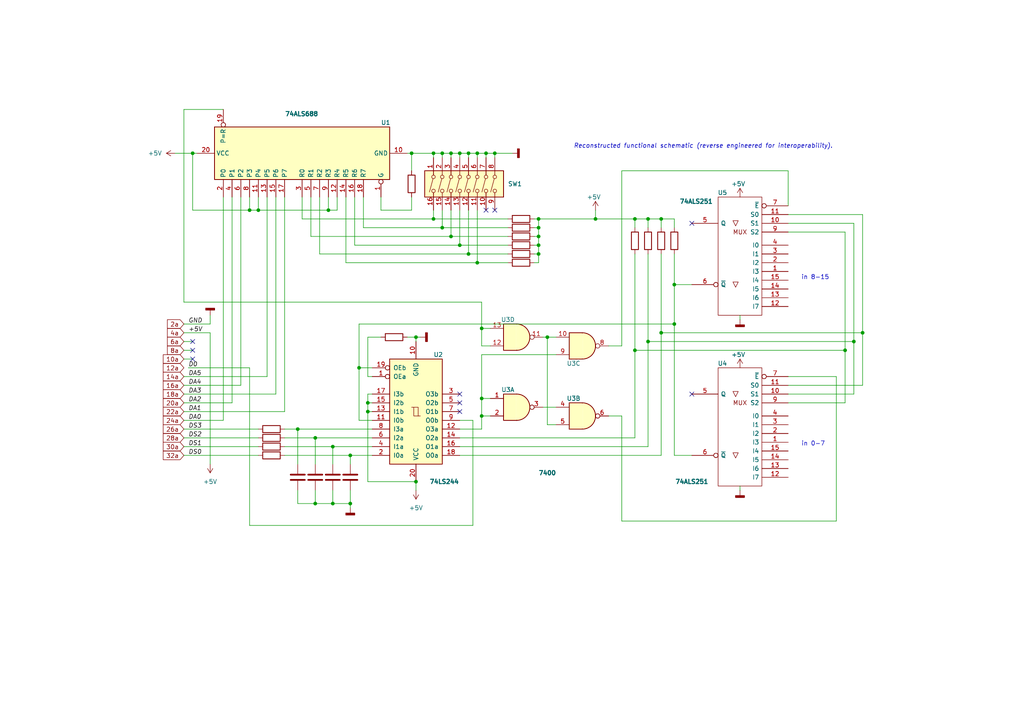
<source format=kicad_sch>
(kicad_sch (version 20211123) (generator eeschema)
  (paper "A4")
  (title_block (title "Integrated circuits important for control") (date "2026-01-19") (rev "1.0") (company "Pozsar Zsolt") (comment 1 "EBE-206.1 digital input module"))
  (lib_symbols
    (symbol "74xx:7400" (pin_names (offset 1.016))
      (property "Reference" "U" (at 0 1.27 0))
      (property "Value" "7400" (at 0 -1.27 0))
      (symbol "7400_1_1"
        (arc (start 0 -3.81) (mid 3.81 0) (end 0 3.81) (stroke (width 0.254)) (fill (type background)))
        (polyline (pts (xy 0 3.81) (xy -3.81 3.81) (xy -3.81 -3.81) (xy 0 -3.81)) (stroke (width 0.254)) (fill (type background)))
        (pin input line (at -7.62 2.54 0) (length 3.81) (name "~") (number "1"))
        (pin input line (at -7.62 -2.54 0) (length 3.81) (name "~") (number "2"))
        (pin output inverted (at 7.62 0 180) (length 3.81) (name "~") (number "3"))
      )
      (symbol "7400_1_2"
        (arc (start -3.81 -3.81) (mid -2.589 0) (end -3.81 3.81) (stroke (width 0.254)))
        (arc (start -0.6096 -3.81) (mid 2.1842 -2.5851) (end 3.81 0) (stroke (width 0.254)) (fill (type background)))
        (polyline (pts (xy -3.81 -3.81) (xy -0.635 -3.81)) (stroke (width 0.254)) (fill (type background)))
        (polyline (pts (xy -3.81 3.81) (xy -0.635 3.81)) (stroke (width 0.254)) (fill (type background)))
        (polyline (pts (xy -0.635 3.81) (xy -3.81 3.81) (xy -3.81 3.81) (xy -3.556 3.4036) (xy -3.0226 2.2606) (xy -2.6924 1.0414) (xy -2.6162 -0.254) (xy -2.7686 -1.4986) (xy -3.175 -2.7178) (xy -3.81 -3.81) (xy -3.81 -3.81) (xy -0.635 -3.81)) (stroke (width -25.4)) (fill (type background)))
        (arc (start 3.81 0) (mid 2.1915 2.5936) (end -0.6096 3.81) (stroke (width 0.254)) (fill (type background)))
        (pin input inverted (at -7.62 2.54 0) (length 4.318) (name "~") (number "1"))
        (pin input inverted (at -7.62 -2.54 0) (length 4.318) (name "~") (number "2"))
        (pin output line (at 7.62 0 180) (length 3.81) (name "~") (number "3"))
      )
      (symbol "7400_2_1"
        (arc (start 0 -3.81) (mid 3.81 0) (end 0 3.81) (stroke (width 0.254)) (fill (type background)))
        (polyline (pts (xy 0 3.81) (xy -3.81 3.81) (xy -3.81 -3.81) (xy 0 -3.81)) (stroke (width 0.254)) (fill (type background)))
        (pin input line (at -7.62 2.54 0) (length 3.81) (name "~") (number "4"))
        (pin input line (at -7.62 -2.54 0) (length 3.81) (name "~") (number "5"))
        (pin output inverted (at 7.62 0 180) (length 3.81) (name "~") (number "6"))
      )
      (symbol "7400_2_2"
        (arc (start -3.81 -3.81) (mid -2.589 0) (end -3.81 3.81) (stroke (width 0.254)))
        (arc (start -0.6096 -3.81) (mid 2.1842 -2.5851) (end 3.81 0) (stroke (width 0.254)) (fill (type background)))
        (polyline (pts (xy -3.81 -3.81) (xy -0.635 -3.81)) (stroke (width 0.254)) (fill (type background)))
        (polyline (pts (xy -3.81 3.81) (xy -0.635 3.81)) (stroke (width 0.254)) (fill (type background)))
        (polyline (pts (xy -0.635 3.81) (xy -3.81 3.81) (xy -3.81 3.81) (xy -3.556 3.4036) (xy -3.0226 2.2606) (xy -2.6924 1.0414) (xy -2.6162 -0.254) (xy -2.7686 -1.4986) (xy -3.175 -2.7178) (xy -3.81 -3.81) (xy -3.81 -3.81) (xy -0.635 -3.81)) (stroke (width -25.4)) (fill (type background)))
        (arc (start 3.81 0) (mid 2.1915 2.5936) (end -0.6096 3.81) (stroke (width 0.254)) (fill (type background)))
        (pin input inverted (at -7.62 2.54 0) (length 4.318) (name "~") (number "4"))
        (pin input inverted (at -7.62 -2.54 0) (length 4.318) (name "~") (number "5"))
        (pin output line (at 7.62 0 180) (length 3.81) (name "~") (number "6"))
      )
      (symbol "7400_3_1"
        (arc (start 0 -3.81) (mid 3.81 0) (end 0 3.81) (stroke (width 0.254)) (fill (type background)))
        (polyline (pts (xy 0 3.81) (xy -3.81 3.81) (xy -3.81 -3.81) (xy 0 -3.81)) (stroke (width 0.254)) (fill (type background)))
        (pin input line (at -7.62 -2.54 0) (length 3.81) (name "~") (number "10"))
        (pin output inverted (at 7.62 0 180) (length 3.81) (name "~") (number "8"))
        (pin input line (at -7.62 2.54 0) (length 3.81) (name "~") (number "9"))
      )
      (symbol "7400_3_2"
        (arc (start -3.81 -3.81) (mid -2.589 0) (end -3.81 3.81) (stroke (width 0.254)))
        (arc (start -0.6096 -3.81) (mid 2.1842 -2.5851) (end 3.81 0) (stroke (width 0.254)) (fill (type background)))
        (polyline (pts (xy -3.81 -3.81) (xy -0.635 -3.81)) (stroke (width 0.254)) (fill (type background)))
        (polyline (pts (xy -3.81 3.81) (xy -0.635 3.81)) (stroke (width 0.254)) (fill (type background)))
        (polyline (pts (xy -0.635 3.81) (xy -3.81 3.81) (xy -3.81 3.81) (xy -3.556 3.4036) (xy -3.0226 2.2606) (xy -2.6924 1.0414) (xy -2.6162 -0.254) (xy -2.7686 -1.4986) (xy -3.175 -2.7178) (xy -3.81 -3.81) (xy -3.81 -3.81) (xy -0.635 -3.81)) (stroke (width -25.4)) (fill (type background)))
        (arc (start 3.81 0) (mid 2.1915 2.5936) (end -0.6096 3.81) (stroke (width 0.254)) (fill (type background)))
        (pin input inverted (at -7.62 -2.54 0) (length 4.318) (name "~") (number "10"))
        (pin output line (at 7.62 0 180) (length 3.81) (name "~") (number "8"))
        (pin input inverted (at -7.62 2.54 0) (length 4.318) (name "~") (number "9"))
      )
      (symbol "7400_4_1"
        (arc (start 0 -3.81) (mid 3.81 0) (end 0 3.81) (stroke (width 0.254)) (fill (type background)))
        (polyline (pts (xy 0 3.81) (xy -3.81 3.81) (xy -3.81 -3.81) (xy 0 -3.81)) (stroke (width 0.254)) (fill (type background)))
        (pin output inverted (at 7.62 0 180) (length 3.81) (name "~") (number "11"))
        (pin input line (at -7.62 2.54 0) (length 3.81) (name "~") (number "12"))
        (pin input line (at -7.62 -2.54 0) (length 3.81) (name "~") (number "13"))
      )
      (symbol "7400_4_2"
        (arc (start -3.81 -3.81) (mid -2.589 0) (end -3.81 3.81) (stroke (width 0.254)))
        (arc (start -0.6096 -3.81) (mid 2.1842 -2.5851) (end 3.81 0) (stroke (width 0.254)) (fill (type background)))
        (polyline (pts (xy -3.81 -3.81) (xy -0.635 -3.81)) (stroke (width 0.254)) (fill (type background)))
        (polyline (pts (xy -3.81 3.81) (xy -0.635 3.81)) (stroke (width 0.254)) (fill (type background)))
        (polyline (pts (xy -0.635 3.81) (xy -3.81 3.81) (xy -3.81 3.81) (xy -3.556 3.4036) (xy -3.0226 2.2606) (xy -2.6924 1.0414) (xy -2.6162 -0.254) (xy -2.7686 -1.4986) (xy -3.175 -2.7178) (xy -3.81 -3.81) (xy -3.81 -3.81) (xy -0.635 -3.81)) (stroke (width -25.4)) (fill (type background)))
        (arc (start 3.81 0) (mid 2.1915 2.5936) (end -0.6096 3.81) (stroke (width 0.254)) (fill (type background)))
        (pin output line (at 7.62 0 180) (length 3.81) (name "~") (number "11"))
        (pin input inverted (at -7.62 2.54 0) (length 4.318) (name "~") (number "12"))
        (pin input inverted (at -7.62 -2.54 0) (length 4.318) (name "~") (number "13"))
      )
      (symbol "7400_5_0"
        (pin power_in line (at 0 12.7 270) (length 5.08) (name "VCC") (number "14"))
        (pin power_in line (at 0 -12.7 90) (length 5.08) (name "GND") (number "7"))
      )
      (symbol "7400_5_1"
        (rectangle (start -5.08 7.62) (end 5.08 -7.62) (stroke (width 0.254)) (fill (type background)))
      )
    )
    (symbol "74xx:74LS244" (pin_names (offset 1.016))
      (property "Reference" "U" (at -7.62 16.51 0))
      (property "Value" "74LS244" (at -7.62 -16.51 0))
      (symbol "74LS244_1_0"
        (polyline (pts (xy -0.635 -1.27) (xy -0.635 1.27) (xy 0.635 1.27)))
        (polyline (pts (xy -1.27 -1.27) (xy 0.635 -1.27) (xy 0.635 1.27) (xy 1.27 1.27)))
        (pin input inverted (at -12.7 -10.16 0) (length 5.08) (name "OEa") (number "1"))
        (pin power_in line (at 0 -20.32 90) (length 5.08) (name "GND") (number "10"))
        (pin input line (at -12.7 2.54 0) (length 5.08) (name "I0b") (number "11"))
        (pin tri_state line (at 12.7 5.08 180) (length 5.08) (name "O3a") (number "12"))
        (pin input line (at -12.7 0 0) (length 5.08) (name "I1b") (number "13"))
        (pin tri_state line (at 12.7 7.62 180) (length 5.08) (name "O2a") (number "14"))
        (pin input line (at -12.7 -2.54 0) (length 5.08) (name "I2b") (number "15"))
        (pin tri_state line (at 12.7 10.16 180) (length 5.08) (name "O1a") (number "16"))
        (pin input line (at -12.7 -5.08 0) (length 5.08) (name "I3b") (number "17"))
        (pin tri_state line (at 12.7 12.7 180) (length 5.08) (name "O0a") (number "18"))
        (pin input inverted (at -12.7 -12.7 0) (length 5.08) (name "OEb") (number "19"))
        (pin input line (at -12.7 12.7 0) (length 5.08) (name "I0a") (number "2"))
        (pin power_in line (at 0 20.32 270) (length 5.08) (name "VCC") (number "20"))
        (pin tri_state line (at 12.7 -5.08 180) (length 5.08) (name "O3b") (number "3"))
        (pin input line (at -12.7 10.16 0) (length 5.08) (name "I1a") (number "4"))
        (pin tri_state line (at 12.7 -2.54 180) (length 5.08) (name "O2b") (number "5"))
        (pin input line (at -12.7 7.62 0) (length 5.08) (name "I2a") (number "6"))
        (pin tri_state line (at 12.7 0 180) (length 5.08) (name "O1b") (number "7"))
        (pin input line (at -12.7 5.08 0) (length 5.08) (name "I3a") (number "8"))
        (pin tri_state line (at 12.7 2.54 180) (length 5.08) (name "O0b") (number "9"))
      )
      (symbol "74LS244_1_1"
        (rectangle (start -7.62 15.24) (end 7.62 -15.24) (stroke (width 0.254)) (fill (type background)))
      )
    )
    (symbol "74xx:74LS688"
      (property "Reference" "U" (at -7.62 26.67 0))
      (property "Value" "74LS688" (at -7.62 -26.67 0))
      (symbol "74LS688_1_0"
        (pin input inverted (at -12.7 -22.86 0) (length 5.08) (name "G") (number "1"))
        (pin power_in line (at 0 -30.48 90) (length 5.08) (name "GND") (number "10"))
        (pin input line (at -12.7 12.7 0) (length 5.08) (name "P4") (number "11"))
        (pin input line (at -12.7 -10.16 0) (length 5.08) (name "R4") (number "12"))
        (pin input line (at -12.7 10.16 0) (length 5.08) (name "P5") (number "13"))
        (pin input line (at -12.7 -12.7 0) (length 5.08) (name "R5") (number "14"))
        (pin input line (at -12.7 7.62 0) (length 5.08) (name "P6") (number "15"))
        (pin input line (at -12.7 -15.24 0) (length 5.08) (name "R6") (number "16"))
        (pin input line (at -12.7 5.08 0) (length 5.08) (name "P7") (number "17"))
        (pin input line (at -12.7 -17.78 0) (length 5.08) (name "R7") (number "18"))
        (pin output inverted (at 12.7 22.86 180) (length 5.08) (name "P=R") (number "19"))
        (pin input line (at -12.7 22.86 0) (length 5.08) (name "P0") (number "2"))
        (pin power_in line (at 0 30.48 270) (length 5.08) (name "VCC") (number "20"))
        (pin input line (at -12.7 0 0) (length 5.08) (name "R0") (number "3"))
        (pin input line (at -12.7 20.32 0) (length 5.08) (name "P1") (number "4"))
        (pin input line (at -12.7 -2.54 0) (length 5.08) (name "R1") (number "5"))
        (pin input line (at -12.7 17.78 0) (length 5.08) (name "P2") (number "6"))
        (pin input line (at -12.7 -5.08 0) (length 5.08) (name "R2") (number "7"))
        (pin input line (at -12.7 15.24 0) (length 5.08) (name "P3") (number "8"))
        (pin input line (at -12.7 -7.62 0) (length 5.08) (name "R3") (number "9"))
      )
      (symbol "74LS688_1_1"
        (rectangle (start -7.62 25.4) (end 7.62 -25.4) (stroke (width 0.254)) (fill (type background)))
      )
    )
    (symbol "74xx_IEEE:74251" (pin_names (offset 0.762))
      (property "Reference" "U" (at 7.62 15.24 0))
      (property "Value" "74251" (at 8.89 -20.32 0))
      (symbol "74251_0_0"
        (rectangle (start -6.35 16.51) (end 6.35 -17.78))
        (polyline (pts (xy 2.032 -8.128) (xy 0.508 -8.128) (xy 1.27 -9.652) (xy 2.032 -8.128) (xy 2.032 -8.128)))
        (polyline (pts (xy 2.032 9.652) (xy 0.508 9.652) (xy 1.27 8.128) (xy 2.032 9.652) (xy 2.032 9.652)))
        (text "MUX" (at 0 6.35 0) (effects (font (size 1.27 1.27))))
        (pin power_in line (at 0 16.51 270) (length 0) hide (name "VCC") (number "16"))
        (pin power_in line (at 0 -17.78 90) (length 0) hide (name "GND") (number "8"))
      )
      (symbol "74251_1_1"
        (pin input line (at -13.97 -5.08 0) (length 7.62) (name "I3") (number "1"))
        (pin input line (at -13.97 8.89 0) (length 7.62) (name "S1") (number "10"))
        (pin input line (at -13.97 11.43 0) (length 7.62) (name "S0") (number "11"))
        (pin input line (at -13.97 -15.24 0) (length 7.62) (name "I7") (number "12"))
        (pin input line (at -13.97 -12.7 0) (length 7.62) (name "I6") (number "13"))
        (pin input line (at -13.97 -10.16 0) (length 7.62) (name "I5") (number "14"))
        (pin input line (at -13.97 -7.62 0) (length 7.62) (name "I4") (number "15"))
        (pin input line (at -13.97 -2.54 0) (length 7.62) (name "I2") (number "2"))
        (pin input line (at -13.97 0 0) (length 7.62) (name "I1") (number "3"))
        (pin input line (at -13.97 2.54 0) (length 7.62) (name "I0") (number "4"))
        (pin tri_state line (at 13.97 8.89 180) (length 7.62) (name "Q") (number "5"))
        (pin tri_state inverted (at 13.97 -8.89 180) (length 7.62) (name "~{Q}") (number "6"))
        (pin input inverted (at -13.97 13.97 0) (length 7.62) (name "~{E}") (number "7"))
        (pin input line (at -13.97 6.35 0) (length 7.62) (name "S2") (number "9"))
      )
    )
    (symbol "Device:C" (pin_numbers hide) (pin_names (offset 0.254))
      (property "Reference" "C" (at 0.635 2.54 0))
      (property "Value" "C" (at 0.635 -2.54 0))
      (symbol "C_0_1"
        (polyline (pts (xy -2.032 -0.762) (xy 2.032 -0.762)) (stroke (width 0.508)))
        (polyline (pts (xy -2.032 0.762) (xy 2.032 0.762)) (stroke (width 0.508)))
      )
      (symbol "C_1_1"
        (pin passive line (at 0 3.81 270) (length 2.794) (name "~") (number "1"))
        (pin passive line (at 0 -3.81 90) (length 2.794) (name "~") (number "2"))
      )
    )
    (symbol "Device:R" (pin_numbers hide) (pin_names (offset 0))
      (property "Reference" "R" (at 2.032 0 90))
      (property "Value" "R" (at 0 0 90))
      (symbol "R_0_1"
        (rectangle (start -1.016 -2.54) (end 1.016 2.54) (stroke (width 0.254)))
      )
      (symbol "R_1_1"
        (pin passive line (at 0 3.81 270) (length 1.27) (name "~") (number "1"))
        (pin passive line (at 0 -3.81 90) (length 1.27) (name "~") (number "2"))
      )
    )
    (symbol "Switch:SW_DIP_x08" (pin_names (offset 0) hide)
      (property "Reference" "SW" (at 0 13.97 0))
      (property "Value" "SW_DIP_x08" (at 0 -11.43 0))
      (symbol "SW_DIP_x08_0_0"
        (circle (center -2.032 -7.62) (radius 0.508))
        (circle (center -2.032 -5.08) (radius 0.508))
        (circle (center -2.032 -2.54) (radius 0.508))
        (circle (center -2.032 0) (radius 0.508))
        (circle (center -2.032 2.54) (radius 0.508))
        (circle (center -2.032 5.08) (radius 0.508))
        (circle (center -2.032 7.62) (radius 0.508))
        (circle (center -2.032 10.16) (radius 0.508))
        (polyline (pts (xy -1.524 -7.4676) (xy 2.3622 -6.4262)))
        (polyline (pts (xy -1.524 -4.9276) (xy 2.3622 -3.8862)))
        (polyline (pts (xy -1.524 -2.3876) (xy 2.3622 -1.3462)))
        (polyline (pts (xy -1.524 0.127) (xy 2.3622 1.1684)))
        (polyline (pts (xy -1.524 2.667) (xy 2.3622 3.7084)))
        (polyline (pts (xy -1.524 5.207) (xy 2.3622 6.2484)))
        (polyline (pts (xy -1.524 7.747) (xy 2.3622 8.7884)))
        (polyline (pts (xy -1.524 10.287) (xy 2.3622 11.3284)))
        (circle (center 2.032 -7.62) (radius 0.508))
        (circle (center 2.032 -5.08) (radius 0.508))
        (circle (center 2.032 -2.54) (radius 0.508))
        (circle (center 2.032 0) (radius 0.508))
        (circle (center 2.032 2.54) (radius 0.508))
        (circle (center 2.032 5.08) (radius 0.508))
        (circle (center 2.032 7.62) (radius 0.508))
        (circle (center 2.032 10.16) (radius 0.508))
      )
      (symbol "SW_DIP_x08_0_1"
        (rectangle (start -3.81 12.7) (end 3.81 -10.16) (stroke (width 0.254)) (fill (type background)))
      )
      (symbol "SW_DIP_x08_1_1"
        (pin passive line (at -7.62 10.16 0) (length 5.08) (name "~") (number "1"))
        (pin passive line (at 7.62 -5.08 180) (length 5.08) (name "~") (number "10"))
        (pin passive line (at 7.62 -2.54 180) (length 5.08) (name "~") (number "11"))
        (pin passive line (at 7.62 0 180) (length 5.08) (name "~") (number "12"))
        (pin passive line (at 7.62 2.54 180) (length 5.08) (name "~") (number "13"))
        (pin passive line (at 7.62 5.08 180) (length 5.08) (name "~") (number "14"))
        (pin passive line (at 7.62 7.62 180) (length 5.08) (name "~") (number "15"))
        (pin passive line (at 7.62 10.16 180) (length 5.08) (name "~") (number "16"))
        (pin passive line (at -7.62 7.62 0) (length 5.08) (name "~") (number "2"))
        (pin passive line (at -7.62 5.08 0) (length 5.08) (name "~") (number "3"))
        (pin passive line (at -7.62 2.54 0) (length 5.08) (name "~") (number "4"))
        (pin passive line (at -7.62 0 0) (length 5.08) (name "~") (number "5"))
        (pin passive line (at -7.62 -2.54 0) (length 5.08) (name "~") (number "6"))
        (pin passive line (at -7.62 -5.08 0) (length 5.08) (name "~") (number "7"))
        (pin passive line (at -7.62 -7.62 0) (length 5.08) (name "~") (number "8"))
        (pin passive line (at 7.62 -7.62 180) (length 5.08) (name "~") (number "9"))
      )
    )
    (symbol "power:+5V" (power) (pin_names (offset 0))
      (property "Value" "+5V" (at 0 3.556 0))
      (symbol "+5V_0_1"
        (polyline (pts (xy -0.762 1.27) (xy 0 2.54)))
        (polyline (pts (xy 0 0) (xy 0 2.54)))
        (polyline (pts (xy 0 2.54) (xy 0.762 1.27)))
      )
      (symbol "+5V_1_1"
        (pin power_in line (at 0 0 90) (length 0) hide (name "+5V") (number "1"))
      )
    )
    (symbol "power:GNDD" (power) (pin_names (offset 0))
      (property "Value" "GNDD" (at 0 -3.175 0))
      (symbol "GNDD_0_1"
        (rectangle (start -1.27 -1.524) (end 1.27 -2.032) (stroke (width 0.254)) (fill (type outline)))
        (polyline (pts (xy 0 0) (xy 0 -1.524)))
      )
      (symbol "GNDD_1_1"
        (pin power_in line (at 0 0 270) (length 0) hide (name "GNDD") (number "1"))
      )
    )
  )
  (junction (at 245.11 101.6))
  (junction (at 119.38 44.45))
  (junction (at 184.15 101.6))
  (junction (at 96.52 129.54))
  (junction (at 191.77 63.5))
  (junction (at 125.73 63.5))
  (junction (at 138.43 76.2))
  (junction (at 133.35 44.45))
  (junction (at 156.21 68.58))
  (junction (at 95.25 60.96))
  (junction (at 158.75 97.79))
  (junction (at 187.96 99.06))
  (junction (at 140.97 44.45))
  (junction (at 143.51 44.45))
  (junction (at 106.68 116.84))
  (junction (at 191.77 96.52))
  (junction (at 139.7 95.25))
  (junction (at 101.6 132.08))
  (junction (at 156.21 66.04))
  (junction (at 130.81 68.58))
  (junction (at 138.43 44.45))
  (junction (at 91.44 146.05))
  (junction (at 74.93 60.96))
  (junction (at 101.6 146.05))
  (junction (at 72.39 60.96))
  (junction (at 135.89 44.45))
  (junction (at 184.15 63.5))
  (junction (at 55.88 44.45))
  (junction (at 128.27 44.45))
  (junction (at 156.21 73.66))
  (junction (at 120.65 97.79))
  (junction (at 156.21 63.5))
  (junction (at 133.35 71.12))
  (junction (at 195.58 82.55))
  (junction (at 125.73 44.45))
  (junction (at 139.7 115.57))
  (junction (at 91.44 127))
  (junction (at 130.81 44.45))
  (junction (at 104.14 106.68))
  (junction (at 172.72 63.5))
  (junction (at 135.89 73.66))
  (junction (at 106.68 119.38))
  (junction (at 247.65 99.06))
  (junction (at 187.96 63.5))
  (junction (at 128.27 66.04))
  (junction (at 86.36 124.46))
  (junction (at 139.7 120.65))
  (junction (at 96.52 146.05))
  (junction (at 250.19 96.52))
  (junction (at 120.65 139.7))
  (junction (at 156.21 71.12))
  (junction (at 195.58 93.98))
  (no_connect (at 55.88 101.6))
  (no_connect (at 140.97 60.96))
  (no_connect (at 133.35 116.84))
  (no_connect (at 200.66 114.3))
  (no_connect (at 143.51 60.96))
  (no_connect (at 133.35 114.3))
  (no_connect (at 55.88 99.06))
  (no_connect (at 200.66 64.77))
  (no_connect (at 133.35 119.38))
  (no_connect (at 55.88 104.14))
  (wire (pts (xy 191.77 63.5) (xy 191.77 66.04)))
  (wire (pts (xy 139.7 120.65) (xy 139.7 124.46)))
  (wire (pts (xy 228.6 49.53) (xy 228.6 59.69)))
  (wire (pts (xy 91.44 127) (xy 107.95 127)))
  (wire (pts (xy 228.6 62.23) (xy 250.19 62.23)))
  (wire (pts (xy 250.19 62.23) (xy 250.19 96.52)))
  (wire (pts (xy 53.34 87.63) (xy 139.7 87.63)))
  (wire (pts (xy 228.6 67.31) (xy 245.11 67.31)))
  (wire (pts (xy 158.75 123.19) (xy 161.29 123.19)))
  (wire (pts (xy 247.65 99.06) (xy 247.65 64.77)))
  (wire (pts (xy 106.68 116.84) (xy 106.68 114.3)))
  (wire (pts (xy 139.7 115.57) (xy 139.7 120.65)))
  (wire (pts (xy 53.34 132.08) (xy 74.93 132.08)))
  (wire (pts (xy 110.49 57.15) (xy 110.49 60.96)))
  (wire (pts (xy 119.38 44.45) (xy 119.38 49.53)))
  (wire (pts (xy 96.52 129.54) (xy 107.95 129.54)))
  (wire (pts (xy 97.79 60.96) (xy 95.25 60.96)))
  (wire (pts (xy 64.77 121.92) (xy 64.77 57.15)))
  (wire (pts (xy 242.57 151.13) (xy 242.57 109.22)))
  (wire (pts (xy 176.53 100.33) (xy 180.34 100.33)))
  (wire (pts (xy 139.7 124.46) (xy 133.35 124.46)))
  (wire (pts (xy 53.34 127) (xy 74.93 127)))
  (wire (pts (xy 156.21 68.58) (xy 156.21 66.04)))
  (wire (pts (xy 106.68 114.3) (xy 107.95 114.3)))
  (wire (pts (xy 245.11 67.31) (xy 245.11 101.6)))
  (wire (pts (xy 53.34 104.14) (xy 55.88 104.14)))
  (wire (pts (xy 247.65 114.3) (xy 247.65 99.06)))
  (wire (pts (xy 228.6 114.3) (xy 247.65 114.3)))
  (wire (pts (xy 105.41 57.15) (xy 105.41 66.04)))
  (wire (pts (xy 195.58 132.08) (xy 200.66 132.08)))
  (wire (pts (xy 130.81 44.45) (xy 130.81 45.72)))
  (wire (pts (xy 137.16 152.4) (xy 137.16 121.92)))
  (wire (pts (xy 133.35 132.08) (xy 191.77 132.08)))
  (wire (pts (xy 97.79 57.15) (xy 97.79 60.96)))
  (wire (pts (xy 80.01 114.3) (xy 80.01 57.15)))
  (wire (pts (xy 242.57 109.22) (xy 228.6 109.22)))
  (wire (pts (xy 92.71 57.15) (xy 92.71 73.66)))
  (wire (pts (xy 53.34 129.54) (xy 74.93 129.54)))
  (wire (pts (xy 69.85 57.15) (xy 69.85 111.76)))
  (wire (pts (xy 120.65 97.79) (xy 120.65 99.06)))
  (wire (pts (xy 154.94 76.2) (xy 156.21 76.2)))
  (wire (pts (xy 125.73 63.5) (xy 147.32 63.5)))
  (wire (pts (xy 191.77 132.08) (xy 191.77 96.52)))
  (wire (pts (xy 187.96 63.5) (xy 187.96 66.04)))
  (wire (pts (xy 184.15 63.5) (xy 184.15 66.04)))
  (wire (pts (xy 82.55 132.08) (xy 101.6 132.08)))
  (wire (pts (xy 214.63 91.44) (xy 214.63 92.71)))
  (wire (pts (xy 156.21 71.12) (xy 156.21 68.58)))
  (wire (pts (xy 137.16 121.92) (xy 133.35 121.92)))
  (wire (pts (xy 82.55 119.38) (xy 82.55 57.15)))
  (wire (pts (xy 86.36 142.24) (xy 86.36 146.05)))
  (wire (pts (xy 158.75 97.79) (xy 158.75 123.19)))
  (wire (pts (xy 138.43 76.2) (xy 147.32 76.2)))
  (wire (pts (xy 180.34 100.33) (xy 180.34 49.53)))
  (wire (pts (xy 96.52 129.54) (xy 96.52 134.62)))
  (wire (pts (xy 130.81 68.58) (xy 90.17 68.58)))
  (wire (pts (xy 250.19 111.76) (xy 228.6 111.76)))
  (wire (pts (xy 91.44 142.24) (xy 91.44 146.05)))
  (wire (pts (xy 195.58 93.98) (xy 195.58 132.08)))
  (wire (pts (xy 184.15 63.5) (xy 187.96 63.5)))
  (wire (pts (xy 106.68 97.79) (xy 110.49 97.79)))
  (wire (pts (xy 184.15 127) (xy 184.15 101.6)))
  (wire (pts (xy 139.7 87.63) (xy 139.7 95.25)))
  (wire (pts (xy 130.81 68.58) (xy 130.81 60.96)))
  (wire (pts (xy 128.27 44.45) (xy 125.73 44.45)))
  (wire (pts (xy 245.11 101.6) (xy 245.11 116.84)))
  (wire (pts (xy 139.7 95.25) (xy 139.7 100.33)))
  (wire (pts (xy 128.27 66.04) (xy 128.27 60.96)))
  (wire (pts (xy 140.97 44.45) (xy 138.43 44.45)))
  (wire (pts (xy 90.17 68.58) (xy 90.17 57.15)))
  (wire (pts (xy 138.43 76.2) (xy 100.33 76.2)))
  (wire (pts (xy 184.15 101.6) (xy 245.11 101.6)))
  (wire (pts (xy 74.93 57.15) (xy 74.93 60.96)))
  (wire (pts (xy 100.33 76.2) (xy 100.33 57.15)))
  (wire (pts (xy 91.44 146.05) (xy 96.52 146.05)))
  (wire (pts (xy 214.63 140.97) (xy 214.63 142.24)))
  (wire (pts (xy 139.7 115.57) (xy 139.7 102.87)))
  (wire (pts (xy 156.21 66.04) (xy 156.21 63.5)))
  (wire (pts (xy 106.68 109.22) (xy 106.68 97.79)))
  (wire (pts (xy 157.48 118.11) (xy 161.29 118.11)))
  (wire (pts (xy 53.34 99.06) (xy 55.88 99.06)))
  (wire (pts (xy 72.39 106.68) (xy 72.39 152.4)))
  (wire (pts (xy 95.25 60.96) (xy 74.93 60.96)))
  (wire (pts (xy 91.44 127) (xy 91.44 134.62)))
  (wire (pts (xy 125.73 44.45) (xy 125.73 45.72)))
  (wire (pts (xy 140.97 44.45) (xy 140.97 45.72)))
  (wire (pts (xy 107.95 121.92) (xy 104.14 121.92)))
  (wire (pts (xy 195.58 82.55) (xy 195.58 93.98)))
  (wire (pts (xy 195.58 73.66) (xy 195.58 82.55)))
  (wire (pts (xy 86.36 146.05) (xy 91.44 146.05)))
  (wire (pts (xy 53.34 119.38) (xy 82.55 119.38)))
  (wire (pts (xy 60.96 93.98) (xy 60.96 91.44)))
  (wire (pts (xy 195.58 82.55) (xy 200.66 82.55)))
  (wire (pts (xy 172.72 60.96) (xy 172.72 63.5)))
  (wire (pts (xy 138.43 76.2) (xy 138.43 60.96)))
  (wire (pts (xy 53.34 109.22) (xy 77.47 109.22)))
  (wire (pts (xy 53.34 116.84) (xy 67.31 116.84)))
  (wire (pts (xy 50.8 44.45) (xy 55.88 44.45)))
  (wire (pts (xy 191.77 96.52) (xy 250.19 96.52)))
  (wire (pts (xy 184.15 101.6) (xy 184.15 73.66)))
  (wire (pts (xy 106.68 139.7) (xy 120.65 139.7)))
  (wire (pts (xy 102.87 71.12) (xy 102.87 57.15)))
  (wire (pts (xy 138.43 44.45) (xy 138.43 45.72)))
  (wire (pts (xy 101.6 132.08) (xy 101.6 134.62)))
  (wire (pts (xy 135.89 44.45) (xy 135.89 45.72)))
  (wire (pts (xy 247.65 64.77) (xy 228.6 64.77)))
  (wire (pts (xy 53.34 121.92) (xy 64.77 121.92)))
  (wire (pts (xy 133.35 44.45) (xy 133.35 45.72)))
  (wire (pts (xy 139.7 100.33) (xy 142.24 100.33)))
  (wire (pts (xy 53.34 124.46) (xy 74.93 124.46)))
  (wire (pts (xy 119.38 60.96) (xy 119.38 57.15)))
  (wire (pts (xy 195.58 66.04) (xy 195.58 63.5)))
  (wire (pts (xy 101.6 142.24) (xy 101.6 146.05)))
  (wire (pts (xy 187.96 99.06) (xy 187.96 73.66)))
  (wire (pts (xy 135.89 73.66) (xy 135.89 60.96)))
  (wire (pts (xy 157.48 97.79) (xy 158.75 97.79)))
  (wire (pts (xy 187.96 63.5) (xy 191.77 63.5)))
  (wire (pts (xy 104.14 93.98) (xy 104.14 106.68)))
  (wire (pts (xy 138.43 44.45) (xy 135.89 44.45)))
  (wire (pts (xy 107.95 109.22) (xy 106.68 109.22)))
  (wire (pts (xy 143.51 44.45) (xy 148.59 44.45)))
  (wire (pts (xy 156.21 73.66) (xy 156.21 71.12)))
  (wire (pts (xy 143.51 44.45) (xy 140.97 44.45)))
  (wire (pts (xy 195.58 63.5) (xy 191.77 63.5)))
  (wire (pts (xy 53.34 31.75) (xy 53.34 87.63)))
  (wire (pts (xy 86.36 124.46) (xy 86.36 134.62)))
  (wire (pts (xy 55.88 44.45) (xy 57.15 44.45)))
  (wire (pts (xy 104.14 93.98) (xy 195.58 93.98)))
  (wire (pts (xy 106.68 116.84) (xy 107.95 116.84)))
  (wire (pts (xy 105.41 66.04) (xy 128.27 66.04)))
  (wire (pts (xy 120.65 97.79) (xy 121.92 97.79)))
  (wire (pts (xy 245.11 116.84) (xy 228.6 116.84)))
  (wire (pts (xy 53.34 96.52) (xy 60.96 96.52)))
  (wire (pts (xy 139.7 102.87) (xy 161.29 102.87)))
  (wire (pts (xy 87.63 63.5) (xy 125.73 63.5)))
  (wire (pts (xy 95.25 57.15) (xy 95.25 60.96)))
  (wire (pts (xy 135.89 73.66) (xy 147.32 73.66)))
  (wire (pts (xy 154.94 66.04) (xy 156.21 66.04)))
  (wire (pts (xy 154.94 68.58) (xy 156.21 68.58)))
  (wire (pts (xy 54.61 106.68) (xy 72.39 106.68)))
  (wire (pts (xy 158.75 97.79) (xy 161.29 97.79)))
  (wire (pts (xy 101.6 146.05) (xy 101.6 147.32)))
  (wire (pts (xy 120.65 139.7) (xy 120.65 142.24)))
  (wire (pts (xy 106.68 119.38) (xy 106.68 116.84)))
  (wire (pts (xy 133.35 127) (xy 184.15 127)))
  (wire (pts (xy 55.88 60.96) (xy 72.39 60.96)))
  (wire (pts (xy 72.39 152.4) (xy 137.16 152.4)))
  (wire (pts (xy 77.47 109.22) (xy 77.47 57.15)))
  (wire (pts (xy 86.36 124.46) (xy 107.95 124.46)))
  (wire (pts (xy 156.21 76.2) (xy 156.21 73.66)))
  (wire (pts (xy 101.6 132.08) (xy 107.95 132.08)))
  (wire (pts (xy 128.27 44.45) (xy 128.27 45.72)))
  (wire (pts (xy 130.81 44.45) (xy 128.27 44.45)))
  (wire (pts (xy 82.55 127) (xy 91.44 127)))
  (wire (pts (xy 104.14 106.68) (xy 107.95 106.68)))
  (wire (pts (xy 128.27 66.04) (xy 147.32 66.04)))
  (wire (pts (xy 82.55 124.46) (xy 86.36 124.46)))
  (wire (pts (xy 176.53 120.65) (xy 180.34 120.65)))
  (wire (pts (xy 69.85 111.76) (xy 53.34 111.76)))
  (wire (pts (xy 125.73 63.5) (xy 125.73 60.96)))
  (wire (pts (xy 55.88 44.45) (xy 55.88 60.96)))
  (wire (pts (xy 142.24 95.25) (xy 139.7 95.25)))
  (wire (pts (xy 133.35 71.12) (xy 102.87 71.12)))
  (wire (pts (xy 187.96 129.54) (xy 187.96 99.06)))
  (wire (pts (xy 139.7 120.65) (xy 142.24 120.65)))
  (wire (pts (xy 172.72 63.5) (xy 184.15 63.5)))
  (wire (pts (xy 142.24 115.57) (xy 139.7 115.57)))
  (wire (pts (xy 187.96 99.06) (xy 247.65 99.06)))
  (wire (pts (xy 180.34 120.65) (xy 180.34 151.13)))
  (wire (pts (xy 104.14 106.68) (xy 104.14 121.92)))
  (wire (pts (xy 53.34 101.6) (xy 55.88 101.6)))
  (wire (pts (xy 72.39 60.96) (xy 72.39 57.15)))
  (wire (pts (xy 106.68 119.38) (xy 106.68 139.7)))
  (wire (pts (xy 96.52 142.24) (xy 96.52 146.05)))
  (wire (pts (xy 133.35 71.12) (xy 147.32 71.12)))
  (wire (pts (xy 110.49 60.96) (xy 119.38 60.96)))
  (wire (pts (xy 119.38 44.45) (xy 125.73 44.45)))
  (wire (pts (xy 67.31 57.15) (xy 67.31 116.84)))
  (wire (pts (xy 135.89 44.45) (xy 133.35 44.45)))
  (wire (pts (xy 133.35 129.54) (xy 187.96 129.54)))
  (wire (pts (xy 87.63 57.15) (xy 87.63 63.5)))
  (wire (pts (xy 64.77 31.75) (xy 53.34 31.75)))
  (wire (pts (xy 118.11 44.45) (xy 119.38 44.45)))
  (wire (pts (xy 92.71 73.66) (xy 135.89 73.66)))
  (wire (pts (xy 180.34 49.53) (xy 228.6 49.53)))
  (wire (pts (xy 133.35 71.12) (xy 133.35 60.96)))
  (wire (pts (xy 107.95 119.38) (xy 106.68 119.38)))
  (wire (pts (xy 180.34 151.13) (xy 242.57 151.13)))
  (wire (pts (xy 74.93 60.96) (xy 72.39 60.96)))
  (wire (pts (xy 53.34 93.98) (xy 60.96 93.98)))
  (wire (pts (xy 60.96 96.52) (xy 60.96 134.62)))
  (wire (pts (xy 133.35 44.45) (xy 130.81 44.45)))
  (wire (pts (xy 53.34 114.3) (xy 80.01 114.3)))
  (wire (pts (xy 156.21 63.5) (xy 172.72 63.5)))
  (wire (pts (xy 154.94 73.66) (xy 156.21 73.66)))
  (wire (pts (xy 130.81 68.58) (xy 147.32 68.58)))
  (wire (pts (xy 143.51 44.45) (xy 143.51 45.72)))
  (wire (pts (xy 191.77 96.52) (xy 191.77 73.66)))
  (wire (pts (xy 156.21 63.5) (xy 154.94 63.5)))
  (wire (pts (xy 154.94 71.12) (xy 156.21 71.12)))
  (wire (pts (xy 250.19 96.52) (xy 250.19 111.76)))
  (wire (pts (xy 82.55 129.54) (xy 96.52 129.54)))
  (wire (pts (xy 118.11 97.79) (xy 120.65 97.79)))
  (wire (pts (xy 96.52 146.05) (xy 101.6 146.05)))
  (text "Reconstructed functional schematic (reverse engineered for interoperability)." (at 166.37 43.18 0) (effects (font (size 1.27 1.27) italic) (justify left bottom)))
  (text "in 0-7" (at 232.41 129.54 0) (effects (font (size 1.27 1.27)) (justify left bottom)))
  (text "in 8-15" (at 232.41 81.28 0) (effects (font (size 1.27 1.27)) (justify left bottom)))
  (label "DA0" (at 54.61 121.92 0) (effects (font italic)))
  (label "DS3" (at 54.61 124.46 0) (effects (font italic)))
  (label "DS2" (at 54.61 127 0) (effects (font italic)))
  (label "D0" (at 54.61 106.68 0) (effects (font italic)))
  (label "DA3" (at 54.61 114.3 0) (effects (font italic)))
  (label "DS0" (at 54.61 132.08 0) (effects (font italic)))
  (label "GND" (at 54.61 93.98 0) (effects (font italic)))
  (label "+5V" (at 54.61 96.52 0) (effects (font italic)))
  (label "DA2" (at 54.61 116.84 0) (effects (font italic)))
  (label "DA4" (at 54.61 111.76 0) (effects (font italic)))
  (label "DS1" (at 54.61 129.54 0) (effects (font italic)))
  (label "DA1" (at 54.61 119.38 0) (effects (font italic)))
  (label "DA5" (at 54.61 109.22 0) (effects (font italic)))
  (global_label "22a" (shape input) (at 53.34 119.38 180) (property "Intersheet References" "${INTERSHEET_REFS}" (effects hide)))
  (global_label "12a" (shape input) (at 53.34 106.68 180) (property "Intersheet References" "${INTERSHEET_REFS}" (effects hide)))
  (global_label "6a" (shape input) (at 53.34 99.06 180) (property "Intersheet References" "${INTERSHEET_REFS}" (effects hide)))
  (global_label "4a" (shape input) (at 53.34 96.52 180) (property "Intersheet References" "${INTERSHEET_REFS}" (effects hide)))
  (global_label "8a" (shape input) (at 53.34 101.6 180) (property "Intersheet References" "${INTERSHEET_REFS}" (effects hide)))
  (global_label "32a" (shape input) (at 53.34 132.08 180) (property "Intersheet References" "${INTERSHEET_REFS}" (effects hide)))
  (global_label "2a" (shape input) (at 53.34 93.98 180) (property "Intersheet References" "${INTERSHEET_REFS}" (effects hide)))
  (global_label "10a" (shape input) (at 53.34 104.14 180) (property "Intersheet References" "${INTERSHEET_REFS}" (effects hide)))
  (global_label "30a" (shape input) (at 53.34 129.54 180) (property "Intersheet References" "${INTERSHEET_REFS}" (effects hide)))
  (global_label "20a" (shape input) (at 53.34 116.84 180) (property "Intersheet References" "${INTERSHEET_REFS}" (effects hide)))
  (global_label "24a" (shape input) (at 53.34 121.92 180) (property "Intersheet References" "${INTERSHEET_REFS}" (effects hide)))
  (global_label "26a" (shape input) (at 53.34 124.46 180) (property "Intersheet References" "${INTERSHEET_REFS}" (effects hide)))
  (global_label "28a" (shape input) (at 53.34 127 180) (property "Intersheet References" "${INTERSHEET_REFS}" (effects hide)))
  (global_label "18a" (shape input) (at 53.34 114.3 180) (property "Intersheet References" "${INTERSHEET_REFS}" (effects hide)))
  (global_label "14a" (shape input) (at 53.34 109.22 180) (property "Intersheet References" "${INTERSHEET_REFS}" (effects hide)))
  (global_label "16a" (shape input) (at 53.34 111.76 180) (property "Intersheet References" "${INTERSHEET_REFS}" (effects hide)))
  (symbol (lib_id "power:+5V") (at 172.72 60.96 0) (unit 1)
    (property "Reference" "#PWR?" (effects hide))
    (property "Value" "+5V" (at 170.18 57.15 0) (effects (justify left)))
  )
  (symbol (lib_id "Device:R") (at 114.3 97.79 270) (unit 1)
    (property "Reference" "R?" (effects hide))
    (property "Value" "R" (effects hide))
  )
  (symbol (lib_id "power:GNDD") (at 214.63 92.71 0) (unit 1)
    (property "Reference" "#PWR?" (effects hide))
    (property "Value" "GNDD" (effects hide))
  )
  (symbol (lib_id "Device:C") (at 101.6 138.43 0) (unit 1)
    (property "Reference" "C?" (effects hide))
    (property "Value" "C" (effects hide))
  )
  (symbol (lib_id "74xx:7400") (at 168.91 100.33 0) (mirror x) (unit 3)
    (property "Reference" "U3" (at 166.37 105.41 0))
    (property "Value" "7400" (effects hide))
    (property "Datasheet" "http://www.ti.com/lit/gpn/sn7400" (effects hide))
  )
  (symbol (lib_id "power:GNDD") (at 60.96 91.44 180) (unit 1)
    (property "Reference" "#PWR?" (effects hide))
    (property "Value" "GNDD" (effects hide))
  )
  (symbol (lib_id "Device:R") (at 119.38 53.34 0) (mirror x) (unit 1)
    (property "Reference" "R?" (effects hide))
    (property "Value" "R" (effects hide))
  )
  (symbol (lib_id "power:GNDD") (at 148.59 44.45 90) (unit 1)
    (property "Reference" "#PWR?" (effects hide))
    (property "Value" "GNDD" (effects hide))
  )
  (symbol (lib_id "Device:R") (at 78.74 127 90) (unit 1)
    (property "Reference" "R?" (effects hide))
    (property "Value" "R" (effects hide))
  )
  (symbol (lib_id "74xx:7400") (at 149.86 118.11 0) (unit 1)
    (property "Reference" "U3" (at 147.32 113.03 0))
    (property "Value" "7400" (at 158.75 137.16 0) (effects (font bold)))
    (property "Datasheet" "http://www.ti.com/lit/gpn/sn7400" (effects hide))
  )
  (symbol (lib_id "Device:C") (at 86.36 138.43 0) (unit 1)
    (property "Reference" "C?" (effects hide))
    (property "Value" "C" (effects hide))
  )
  (symbol (lib_id "power:GNDD") (at 214.63 142.24 0) (unit 1)
    (property "Reference" "#PWR?" (effects hide))
    (property "Value" "GNDD" (effects hide))
  )
  (symbol (lib_id "Device:R") (at 151.13 71.12 90) (mirror x) (unit 1)
    (property "Reference" "R?" (effects hide))
    (property "Value" "R" (effects hide))
  )
  (symbol (lib_id "Device:R") (at 78.74 124.46 90) (unit 1)
    (property "Reference" "R?" (effects hide))
    (property "Value" "R" (effects hide))
  )
  (symbol (lib_id "74xx_IEEE:74251") (at 214.63 123.19 0) (mirror y) (unit 1)
    (property "Reference" "U4" (at 209.55 105.41 0))
    (property "Value" "74ALS251" (at 200.66 139.7 0) (effects (font bold)))
  )
  (symbol (lib_id "Device:R") (at 78.74 129.54 90) (unit 1)
    (property "Reference" "R?" (effects hide))
    (property "Value" "R" (effects hide))
  )
  (symbol (lib_id "74xx:7400") (at 149.86 97.79 0) (mirror x) (unit 4)
    (property "Reference" "U3" (at 147.32 92.71 0))
    (property "Value" "7400" (effects hide))
    (property "Datasheet" "http://www.ti.com/lit/gpn/sn7400" (effects hide))
  )
  (symbol (lib_id "74xx:7400") (at 168.91 120.65 0) (unit 2)
    (property "Reference" "U3" (at 166.37 115.57 0))
    (property "Value" "7400" (effects hide))
    (property "Datasheet" "http://www.ti.com/lit/gpn/sn7400" (effects hide))
  )
  (symbol (lib_id "power:+5V") (at 60.96 134.62 180) (unit 1)
    (property "Reference" "#PWR?" (effects hide))
    (property "Value" "+5V" (at 60.96 139.7 0))
  )
  (symbol (lib_id "Device:R") (at 151.13 76.2 90) (mirror x) (unit 1)
    (property "Reference" "R?" (effects hide))
    (property "Value" "R" (effects hide))
  )
  (symbol (lib_id "Device:C") (at 96.52 138.43 0) (unit 1)
    (property "Reference" "C?" (effects hide))
    (property "Value" "C" (effects hide))
  )
  (symbol (lib_id "Device:R") (at 151.13 63.5 90) (mirror x) (unit 1)
    (property "Reference" "R?" (effects hide))
    (property "Value" "R" (effects hide))
  )
  (symbol (lib_id "Device:C") (at 91.44 138.43 0) (unit 1)
    (property "Reference" "C?" (effects hide))
    (property "Value" "C" (effects hide))
  )
  (symbol (lib_id "Device:R") (at 187.96 69.85 0) (mirror y) (unit 1)
    (property "Reference" "R?" (effects hide))
    (property "Value" "R" (effects hide))
  )
  (symbol (lib_id "power:+5V") (at 214.63 57.15 0) (unit 1)
    (property "Reference" "#PWR?" (effects hide))
    (property "Value" "+5V" (at 212.09 53.34 0) (effects (justify left)))
  )
  (symbol (lib_id "power:GNDD") (at 121.92 97.79 90) (unit 1)
    (property "Reference" "#PWR?" (effects hide))
    (property "Value" "GNDD" (effects hide))
  )
  (symbol (lib_id "power:+5V") (at 50.8 44.45 90) (unit 1)
    (property "Reference" "#PWR?" (effects hide))
    (property "Value" "+5V" (at 46.99 44.45 90) (effects (justify left)))
  )
  (symbol (lib_id "Device:R") (at 195.58 69.85 0) (mirror y) (unit 1)
    (property "Reference" "R?" (effects hide))
    (property "Value" "R" (effects hide))
  )
  (symbol (lib_id "power:+5V") (at 120.65 142.24 180) (unit 1)
    (property "Reference" "#PWR?" (effects hide))
    (property "Value" "+5V" (at 120.65 147.32 0))
  )
  (symbol (lib_id "Device:R") (at 191.77 69.85 0) (mirror y) (unit 1)
    (property "Reference" "R?" (effects hide))
    (property "Value" "R" (effects hide))
  )
  (symbol (lib_id "74xx_IEEE:74251") (at 214.63 73.66 0) (mirror y) (unit 1)
    (property "Reference" "U5" (at 209.55 55.88 0))
    (property "Value" "74ALS251" (at 201.93 58.42 0) (effects (font bold)))
  )
  (symbol (lib_id "power:GNDD") (at 101.6 147.32 0) (unit 1)
    (property "Reference" "#PWR?" (effects hide))
    (property "Value" "GNDD" (effects hide))
  )
  (symbol (lib_id "74xx:74LS244") (at 120.65 119.38 0) (mirror x) (unit 1)
    (property "Reference" "U2" (at 125.73 102.87 0) (effects (justify left)))
    (property "Value" "74LS244" (at 124.46 139.7 0) (effects (font bold) (justify left)))
    (property "Datasheet" "http://www.ti.com/lit/ds/symlink/sn74ls244.pdf" (effects hide))
  )
  (symbol (lib_id "Device:R") (at 184.15 69.85 0) (mirror y) (unit 1)
    (property "Reference" "R?" (effects hide))
    (property "Value" "R" (effects hide))
  )
  (symbol (lib_id "power:+5V") (at 214.63 106.68 0) (unit 1)
    (property "Reference" "#PWR?" (effects hide))
    (property "Value" "+5V" (at 212.09 102.87 0) (effects (justify left)))
  )
  (symbol (lib_id "Device:R") (at 78.74 132.08 90) (unit 1)
    (property "Reference" "R?" (effects hide))
    (property "Value" "R" (effects hide))
  )
  (symbol (lib_id "Device:R") (at 151.13 68.58 90) (mirror x) (unit 1)
    (property "Reference" "R?" (effects hide))
    (property "Value" "R" (effects hide))
  )
  (symbol (lib_id "Device:R") (at 151.13 66.04 90) (mirror x) (unit 1)
    (property "Reference" "R?" (effects hide))
    (property "Value" "R" (effects hide))
  )
  (symbol (lib_id "74xx:74LS688") (at 87.63 44.45 90) (unit 1)
    (property "Reference" "U1" (at 110.49 35.56 90) (effects (justify right)))
    (property "Value" "74ALS688" (at 82.55 33.02 90) (effects (font bold) (justify right)))
    (property "Datasheet" "http://www.ti.com/lit/gpn/sn74LS688" (effects hide))
  )
  (symbol (lib_id "Switch:SW_DIP_x08") (at 135.89 53.34 90) (mirror x) (unit 1)
    (property "Reference" "SW1" (at 147.32 53.3399 90) (effects (justify right)))
    (property "Value" "SW_DIP_x08" (effects hide))
  )
  (symbol (lib_id "Device:R") (at 151.13 73.66 90) (mirror x) (unit 1)
    (property "Reference" "R?" (effects hide))
    (property "Value" "R" (effects hide))
  )
)
</source>
